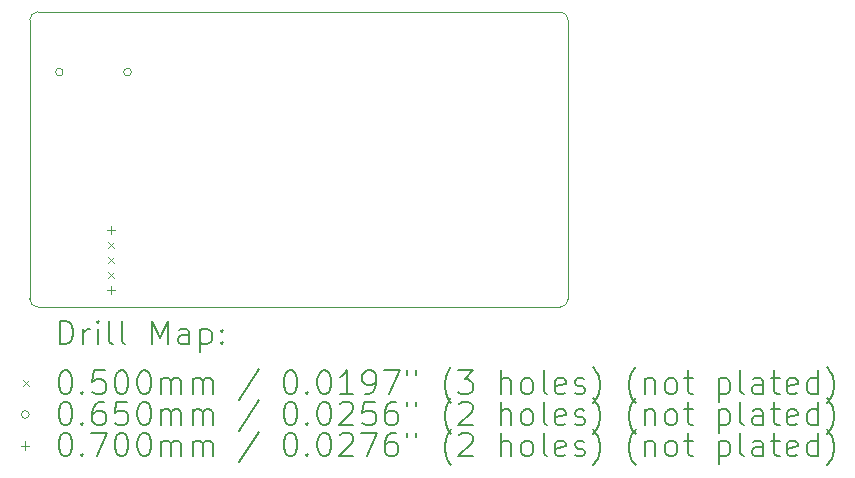
<source format=gbr>
%TF.GenerationSoftware,KiCad,Pcbnew,7.0.5-0*%
%TF.CreationDate,2023-09-26T15:29:09-04:00*%
%TF.ProjectId,Rudolph_Tracker,5275646f-6c70-4685-9f54-7261636b6572,rev?*%
%TF.SameCoordinates,Original*%
%TF.FileFunction,Drillmap*%
%TF.FilePolarity,Positive*%
%FSLAX45Y45*%
G04 Gerber Fmt 4.5, Leading zero omitted, Abs format (unit mm)*
G04 Created by KiCad (PCBNEW 7.0.5-0) date 2023-09-26 15:29:09*
%MOMM*%
%LPD*%
G01*
G04 APERTURE LIST*
%ADD10C,0.100000*%
%ADD11C,0.200000*%
%ADD12C,0.050000*%
%ADD13C,0.065000*%
%ADD14C,0.070000*%
G04 APERTURE END LIST*
D10*
X6940000Y-13150000D02*
X6940000Y-10790000D01*
X11500000Y-10790000D02*
X11500000Y-13150000D01*
X11430000Y-13220000D02*
G75*
G03*
X11500000Y-13150000I0J70000D01*
G01*
X11430000Y-13220000D02*
X7010000Y-13220000D01*
X6940000Y-13150000D02*
G75*
G03*
X7010000Y-13220000I70000J0D01*
G01*
X11500000Y-10790000D02*
G75*
G03*
X11430000Y-10720000I-70000J0D01*
G01*
X7010000Y-10720000D02*
G75*
G03*
X6940000Y-10790000I0J-70000D01*
G01*
X7010000Y-10720000D02*
X11430000Y-10720000D01*
D11*
D12*
X7605500Y-12668000D02*
X7655500Y-12718000D01*
X7655500Y-12668000D02*
X7605500Y-12718000D01*
X7605500Y-12795000D02*
X7655500Y-12845000D01*
X7655500Y-12795000D02*
X7605500Y-12845000D01*
X7605500Y-12922000D02*
X7655500Y-12972000D01*
X7655500Y-12922000D02*
X7605500Y-12972000D01*
D13*
X7223500Y-11230500D02*
G75*
G03*
X7223500Y-11230500I-32500J0D01*
G01*
X7801500Y-11230500D02*
G75*
G03*
X7801500Y-11230500I-32500J0D01*
G01*
D14*
X7630500Y-12531000D02*
X7630500Y-12601000D01*
X7595500Y-12566000D02*
X7665500Y-12566000D01*
X7630500Y-13039000D02*
X7630500Y-13109000D01*
X7595500Y-13074000D02*
X7665500Y-13074000D01*
D11*
X7195777Y-13536484D02*
X7195777Y-13336484D01*
X7195777Y-13336484D02*
X7243396Y-13336484D01*
X7243396Y-13336484D02*
X7271967Y-13346008D01*
X7271967Y-13346008D02*
X7291015Y-13365055D01*
X7291015Y-13365055D02*
X7300539Y-13384103D01*
X7300539Y-13384103D02*
X7310062Y-13422198D01*
X7310062Y-13422198D02*
X7310062Y-13450769D01*
X7310062Y-13450769D02*
X7300539Y-13488865D01*
X7300539Y-13488865D02*
X7291015Y-13507912D01*
X7291015Y-13507912D02*
X7271967Y-13526960D01*
X7271967Y-13526960D02*
X7243396Y-13536484D01*
X7243396Y-13536484D02*
X7195777Y-13536484D01*
X7395777Y-13536484D02*
X7395777Y-13403150D01*
X7395777Y-13441246D02*
X7405301Y-13422198D01*
X7405301Y-13422198D02*
X7414824Y-13412674D01*
X7414824Y-13412674D02*
X7433872Y-13403150D01*
X7433872Y-13403150D02*
X7452920Y-13403150D01*
X7519586Y-13536484D02*
X7519586Y-13403150D01*
X7519586Y-13336484D02*
X7510062Y-13346008D01*
X7510062Y-13346008D02*
X7519586Y-13355531D01*
X7519586Y-13355531D02*
X7529110Y-13346008D01*
X7529110Y-13346008D02*
X7519586Y-13336484D01*
X7519586Y-13336484D02*
X7519586Y-13355531D01*
X7643396Y-13536484D02*
X7624348Y-13526960D01*
X7624348Y-13526960D02*
X7614824Y-13507912D01*
X7614824Y-13507912D02*
X7614824Y-13336484D01*
X7748158Y-13536484D02*
X7729110Y-13526960D01*
X7729110Y-13526960D02*
X7719586Y-13507912D01*
X7719586Y-13507912D02*
X7719586Y-13336484D01*
X7976729Y-13536484D02*
X7976729Y-13336484D01*
X7976729Y-13336484D02*
X8043396Y-13479341D01*
X8043396Y-13479341D02*
X8110062Y-13336484D01*
X8110062Y-13336484D02*
X8110062Y-13536484D01*
X8291015Y-13536484D02*
X8291015Y-13431722D01*
X8291015Y-13431722D02*
X8281491Y-13412674D01*
X8281491Y-13412674D02*
X8262443Y-13403150D01*
X8262443Y-13403150D02*
X8224348Y-13403150D01*
X8224348Y-13403150D02*
X8205301Y-13412674D01*
X8291015Y-13526960D02*
X8271967Y-13536484D01*
X8271967Y-13536484D02*
X8224348Y-13536484D01*
X8224348Y-13536484D02*
X8205301Y-13526960D01*
X8205301Y-13526960D02*
X8195777Y-13507912D01*
X8195777Y-13507912D02*
X8195777Y-13488865D01*
X8195777Y-13488865D02*
X8205301Y-13469817D01*
X8205301Y-13469817D02*
X8224348Y-13460293D01*
X8224348Y-13460293D02*
X8271967Y-13460293D01*
X8271967Y-13460293D02*
X8291015Y-13450769D01*
X8386253Y-13403150D02*
X8386253Y-13603150D01*
X8386253Y-13412674D02*
X8405301Y-13403150D01*
X8405301Y-13403150D02*
X8443396Y-13403150D01*
X8443396Y-13403150D02*
X8462444Y-13412674D01*
X8462444Y-13412674D02*
X8471967Y-13422198D01*
X8471967Y-13422198D02*
X8481491Y-13441246D01*
X8481491Y-13441246D02*
X8481491Y-13498388D01*
X8481491Y-13498388D02*
X8471967Y-13517436D01*
X8471967Y-13517436D02*
X8462444Y-13526960D01*
X8462444Y-13526960D02*
X8443396Y-13536484D01*
X8443396Y-13536484D02*
X8405301Y-13536484D01*
X8405301Y-13536484D02*
X8386253Y-13526960D01*
X8567205Y-13517436D02*
X8576729Y-13526960D01*
X8576729Y-13526960D02*
X8567205Y-13536484D01*
X8567205Y-13536484D02*
X8557682Y-13526960D01*
X8557682Y-13526960D02*
X8567205Y-13517436D01*
X8567205Y-13517436D02*
X8567205Y-13536484D01*
X8567205Y-13412674D02*
X8576729Y-13422198D01*
X8576729Y-13422198D02*
X8567205Y-13431722D01*
X8567205Y-13431722D02*
X8557682Y-13422198D01*
X8557682Y-13422198D02*
X8567205Y-13412674D01*
X8567205Y-13412674D02*
X8567205Y-13431722D01*
D12*
X6885000Y-13840000D02*
X6935000Y-13890000D01*
X6935000Y-13840000D02*
X6885000Y-13890000D01*
D11*
X7233872Y-13756484D02*
X7252920Y-13756484D01*
X7252920Y-13756484D02*
X7271967Y-13766008D01*
X7271967Y-13766008D02*
X7281491Y-13775531D01*
X7281491Y-13775531D02*
X7291015Y-13794579D01*
X7291015Y-13794579D02*
X7300539Y-13832674D01*
X7300539Y-13832674D02*
X7300539Y-13880293D01*
X7300539Y-13880293D02*
X7291015Y-13918388D01*
X7291015Y-13918388D02*
X7281491Y-13937436D01*
X7281491Y-13937436D02*
X7271967Y-13946960D01*
X7271967Y-13946960D02*
X7252920Y-13956484D01*
X7252920Y-13956484D02*
X7233872Y-13956484D01*
X7233872Y-13956484D02*
X7214824Y-13946960D01*
X7214824Y-13946960D02*
X7205301Y-13937436D01*
X7205301Y-13937436D02*
X7195777Y-13918388D01*
X7195777Y-13918388D02*
X7186253Y-13880293D01*
X7186253Y-13880293D02*
X7186253Y-13832674D01*
X7186253Y-13832674D02*
X7195777Y-13794579D01*
X7195777Y-13794579D02*
X7205301Y-13775531D01*
X7205301Y-13775531D02*
X7214824Y-13766008D01*
X7214824Y-13766008D02*
X7233872Y-13756484D01*
X7386253Y-13937436D02*
X7395777Y-13946960D01*
X7395777Y-13946960D02*
X7386253Y-13956484D01*
X7386253Y-13956484D02*
X7376729Y-13946960D01*
X7376729Y-13946960D02*
X7386253Y-13937436D01*
X7386253Y-13937436D02*
X7386253Y-13956484D01*
X7576729Y-13756484D02*
X7481491Y-13756484D01*
X7481491Y-13756484D02*
X7471967Y-13851722D01*
X7471967Y-13851722D02*
X7481491Y-13842198D01*
X7481491Y-13842198D02*
X7500539Y-13832674D01*
X7500539Y-13832674D02*
X7548158Y-13832674D01*
X7548158Y-13832674D02*
X7567205Y-13842198D01*
X7567205Y-13842198D02*
X7576729Y-13851722D01*
X7576729Y-13851722D02*
X7586253Y-13870769D01*
X7586253Y-13870769D02*
X7586253Y-13918388D01*
X7586253Y-13918388D02*
X7576729Y-13937436D01*
X7576729Y-13937436D02*
X7567205Y-13946960D01*
X7567205Y-13946960D02*
X7548158Y-13956484D01*
X7548158Y-13956484D02*
X7500539Y-13956484D01*
X7500539Y-13956484D02*
X7481491Y-13946960D01*
X7481491Y-13946960D02*
X7471967Y-13937436D01*
X7710062Y-13756484D02*
X7729110Y-13756484D01*
X7729110Y-13756484D02*
X7748158Y-13766008D01*
X7748158Y-13766008D02*
X7757682Y-13775531D01*
X7757682Y-13775531D02*
X7767205Y-13794579D01*
X7767205Y-13794579D02*
X7776729Y-13832674D01*
X7776729Y-13832674D02*
X7776729Y-13880293D01*
X7776729Y-13880293D02*
X7767205Y-13918388D01*
X7767205Y-13918388D02*
X7757682Y-13937436D01*
X7757682Y-13937436D02*
X7748158Y-13946960D01*
X7748158Y-13946960D02*
X7729110Y-13956484D01*
X7729110Y-13956484D02*
X7710062Y-13956484D01*
X7710062Y-13956484D02*
X7691015Y-13946960D01*
X7691015Y-13946960D02*
X7681491Y-13937436D01*
X7681491Y-13937436D02*
X7671967Y-13918388D01*
X7671967Y-13918388D02*
X7662443Y-13880293D01*
X7662443Y-13880293D02*
X7662443Y-13832674D01*
X7662443Y-13832674D02*
X7671967Y-13794579D01*
X7671967Y-13794579D02*
X7681491Y-13775531D01*
X7681491Y-13775531D02*
X7691015Y-13766008D01*
X7691015Y-13766008D02*
X7710062Y-13756484D01*
X7900539Y-13756484D02*
X7919586Y-13756484D01*
X7919586Y-13756484D02*
X7938634Y-13766008D01*
X7938634Y-13766008D02*
X7948158Y-13775531D01*
X7948158Y-13775531D02*
X7957682Y-13794579D01*
X7957682Y-13794579D02*
X7967205Y-13832674D01*
X7967205Y-13832674D02*
X7967205Y-13880293D01*
X7967205Y-13880293D02*
X7957682Y-13918388D01*
X7957682Y-13918388D02*
X7948158Y-13937436D01*
X7948158Y-13937436D02*
X7938634Y-13946960D01*
X7938634Y-13946960D02*
X7919586Y-13956484D01*
X7919586Y-13956484D02*
X7900539Y-13956484D01*
X7900539Y-13956484D02*
X7881491Y-13946960D01*
X7881491Y-13946960D02*
X7871967Y-13937436D01*
X7871967Y-13937436D02*
X7862443Y-13918388D01*
X7862443Y-13918388D02*
X7852920Y-13880293D01*
X7852920Y-13880293D02*
X7852920Y-13832674D01*
X7852920Y-13832674D02*
X7862443Y-13794579D01*
X7862443Y-13794579D02*
X7871967Y-13775531D01*
X7871967Y-13775531D02*
X7881491Y-13766008D01*
X7881491Y-13766008D02*
X7900539Y-13756484D01*
X8052920Y-13956484D02*
X8052920Y-13823150D01*
X8052920Y-13842198D02*
X8062443Y-13832674D01*
X8062443Y-13832674D02*
X8081491Y-13823150D01*
X8081491Y-13823150D02*
X8110063Y-13823150D01*
X8110063Y-13823150D02*
X8129110Y-13832674D01*
X8129110Y-13832674D02*
X8138634Y-13851722D01*
X8138634Y-13851722D02*
X8138634Y-13956484D01*
X8138634Y-13851722D02*
X8148158Y-13832674D01*
X8148158Y-13832674D02*
X8167205Y-13823150D01*
X8167205Y-13823150D02*
X8195777Y-13823150D01*
X8195777Y-13823150D02*
X8214824Y-13832674D01*
X8214824Y-13832674D02*
X8224348Y-13851722D01*
X8224348Y-13851722D02*
X8224348Y-13956484D01*
X8319586Y-13956484D02*
X8319586Y-13823150D01*
X8319586Y-13842198D02*
X8329110Y-13832674D01*
X8329110Y-13832674D02*
X8348158Y-13823150D01*
X8348158Y-13823150D02*
X8376729Y-13823150D01*
X8376729Y-13823150D02*
X8395777Y-13832674D01*
X8395777Y-13832674D02*
X8405301Y-13851722D01*
X8405301Y-13851722D02*
X8405301Y-13956484D01*
X8405301Y-13851722D02*
X8414825Y-13832674D01*
X8414825Y-13832674D02*
X8433872Y-13823150D01*
X8433872Y-13823150D02*
X8462444Y-13823150D01*
X8462444Y-13823150D02*
X8481491Y-13832674D01*
X8481491Y-13832674D02*
X8491015Y-13851722D01*
X8491015Y-13851722D02*
X8491015Y-13956484D01*
X8881491Y-13746960D02*
X8710063Y-14004103D01*
X9138634Y-13756484D02*
X9157682Y-13756484D01*
X9157682Y-13756484D02*
X9176729Y-13766008D01*
X9176729Y-13766008D02*
X9186253Y-13775531D01*
X9186253Y-13775531D02*
X9195777Y-13794579D01*
X9195777Y-13794579D02*
X9205301Y-13832674D01*
X9205301Y-13832674D02*
X9205301Y-13880293D01*
X9205301Y-13880293D02*
X9195777Y-13918388D01*
X9195777Y-13918388D02*
X9186253Y-13937436D01*
X9186253Y-13937436D02*
X9176729Y-13946960D01*
X9176729Y-13946960D02*
X9157682Y-13956484D01*
X9157682Y-13956484D02*
X9138634Y-13956484D01*
X9138634Y-13956484D02*
X9119587Y-13946960D01*
X9119587Y-13946960D02*
X9110063Y-13937436D01*
X9110063Y-13937436D02*
X9100539Y-13918388D01*
X9100539Y-13918388D02*
X9091015Y-13880293D01*
X9091015Y-13880293D02*
X9091015Y-13832674D01*
X9091015Y-13832674D02*
X9100539Y-13794579D01*
X9100539Y-13794579D02*
X9110063Y-13775531D01*
X9110063Y-13775531D02*
X9119587Y-13766008D01*
X9119587Y-13766008D02*
X9138634Y-13756484D01*
X9291015Y-13937436D02*
X9300539Y-13946960D01*
X9300539Y-13946960D02*
X9291015Y-13956484D01*
X9291015Y-13956484D02*
X9281491Y-13946960D01*
X9281491Y-13946960D02*
X9291015Y-13937436D01*
X9291015Y-13937436D02*
X9291015Y-13956484D01*
X9424348Y-13756484D02*
X9443396Y-13756484D01*
X9443396Y-13756484D02*
X9462444Y-13766008D01*
X9462444Y-13766008D02*
X9471968Y-13775531D01*
X9471968Y-13775531D02*
X9481491Y-13794579D01*
X9481491Y-13794579D02*
X9491015Y-13832674D01*
X9491015Y-13832674D02*
X9491015Y-13880293D01*
X9491015Y-13880293D02*
X9481491Y-13918388D01*
X9481491Y-13918388D02*
X9471968Y-13937436D01*
X9471968Y-13937436D02*
X9462444Y-13946960D01*
X9462444Y-13946960D02*
X9443396Y-13956484D01*
X9443396Y-13956484D02*
X9424348Y-13956484D01*
X9424348Y-13956484D02*
X9405301Y-13946960D01*
X9405301Y-13946960D02*
X9395777Y-13937436D01*
X9395777Y-13937436D02*
X9386253Y-13918388D01*
X9386253Y-13918388D02*
X9376729Y-13880293D01*
X9376729Y-13880293D02*
X9376729Y-13832674D01*
X9376729Y-13832674D02*
X9386253Y-13794579D01*
X9386253Y-13794579D02*
X9395777Y-13775531D01*
X9395777Y-13775531D02*
X9405301Y-13766008D01*
X9405301Y-13766008D02*
X9424348Y-13756484D01*
X9681491Y-13956484D02*
X9567206Y-13956484D01*
X9624348Y-13956484D02*
X9624348Y-13756484D01*
X9624348Y-13756484D02*
X9605301Y-13785055D01*
X9605301Y-13785055D02*
X9586253Y-13804103D01*
X9586253Y-13804103D02*
X9567206Y-13813627D01*
X9776729Y-13956484D02*
X9814825Y-13956484D01*
X9814825Y-13956484D02*
X9833872Y-13946960D01*
X9833872Y-13946960D02*
X9843396Y-13937436D01*
X9843396Y-13937436D02*
X9862444Y-13908865D01*
X9862444Y-13908865D02*
X9871968Y-13870769D01*
X9871968Y-13870769D02*
X9871968Y-13794579D01*
X9871968Y-13794579D02*
X9862444Y-13775531D01*
X9862444Y-13775531D02*
X9852920Y-13766008D01*
X9852920Y-13766008D02*
X9833872Y-13756484D01*
X9833872Y-13756484D02*
X9795777Y-13756484D01*
X9795777Y-13756484D02*
X9776729Y-13766008D01*
X9776729Y-13766008D02*
X9767206Y-13775531D01*
X9767206Y-13775531D02*
X9757682Y-13794579D01*
X9757682Y-13794579D02*
X9757682Y-13842198D01*
X9757682Y-13842198D02*
X9767206Y-13861246D01*
X9767206Y-13861246D02*
X9776729Y-13870769D01*
X9776729Y-13870769D02*
X9795777Y-13880293D01*
X9795777Y-13880293D02*
X9833872Y-13880293D01*
X9833872Y-13880293D02*
X9852920Y-13870769D01*
X9852920Y-13870769D02*
X9862444Y-13861246D01*
X9862444Y-13861246D02*
X9871968Y-13842198D01*
X9938634Y-13756484D02*
X10071968Y-13756484D01*
X10071968Y-13756484D02*
X9986253Y-13956484D01*
X10138634Y-13756484D02*
X10138634Y-13794579D01*
X10214825Y-13756484D02*
X10214825Y-13794579D01*
X10510063Y-14032674D02*
X10500539Y-14023150D01*
X10500539Y-14023150D02*
X10481491Y-13994579D01*
X10481491Y-13994579D02*
X10471968Y-13975531D01*
X10471968Y-13975531D02*
X10462444Y-13946960D01*
X10462444Y-13946960D02*
X10452920Y-13899341D01*
X10452920Y-13899341D02*
X10452920Y-13861246D01*
X10452920Y-13861246D02*
X10462444Y-13813627D01*
X10462444Y-13813627D02*
X10471968Y-13785055D01*
X10471968Y-13785055D02*
X10481491Y-13766008D01*
X10481491Y-13766008D02*
X10500539Y-13737436D01*
X10500539Y-13737436D02*
X10510063Y-13727912D01*
X10567206Y-13756484D02*
X10691015Y-13756484D01*
X10691015Y-13756484D02*
X10624349Y-13832674D01*
X10624349Y-13832674D02*
X10652920Y-13832674D01*
X10652920Y-13832674D02*
X10671968Y-13842198D01*
X10671968Y-13842198D02*
X10681491Y-13851722D01*
X10681491Y-13851722D02*
X10691015Y-13870769D01*
X10691015Y-13870769D02*
X10691015Y-13918388D01*
X10691015Y-13918388D02*
X10681491Y-13937436D01*
X10681491Y-13937436D02*
X10671968Y-13946960D01*
X10671968Y-13946960D02*
X10652920Y-13956484D01*
X10652920Y-13956484D02*
X10595777Y-13956484D01*
X10595777Y-13956484D02*
X10576730Y-13946960D01*
X10576730Y-13946960D02*
X10567206Y-13937436D01*
X10929111Y-13956484D02*
X10929111Y-13756484D01*
X11014825Y-13956484D02*
X11014825Y-13851722D01*
X11014825Y-13851722D02*
X11005301Y-13832674D01*
X11005301Y-13832674D02*
X10986253Y-13823150D01*
X10986253Y-13823150D02*
X10957682Y-13823150D01*
X10957682Y-13823150D02*
X10938634Y-13832674D01*
X10938634Y-13832674D02*
X10929111Y-13842198D01*
X11138634Y-13956484D02*
X11119587Y-13946960D01*
X11119587Y-13946960D02*
X11110063Y-13937436D01*
X11110063Y-13937436D02*
X11100539Y-13918388D01*
X11100539Y-13918388D02*
X11100539Y-13861246D01*
X11100539Y-13861246D02*
X11110063Y-13842198D01*
X11110063Y-13842198D02*
X11119587Y-13832674D01*
X11119587Y-13832674D02*
X11138634Y-13823150D01*
X11138634Y-13823150D02*
X11167206Y-13823150D01*
X11167206Y-13823150D02*
X11186253Y-13832674D01*
X11186253Y-13832674D02*
X11195777Y-13842198D01*
X11195777Y-13842198D02*
X11205301Y-13861246D01*
X11205301Y-13861246D02*
X11205301Y-13918388D01*
X11205301Y-13918388D02*
X11195777Y-13937436D01*
X11195777Y-13937436D02*
X11186253Y-13946960D01*
X11186253Y-13946960D02*
X11167206Y-13956484D01*
X11167206Y-13956484D02*
X11138634Y-13956484D01*
X11319587Y-13956484D02*
X11300539Y-13946960D01*
X11300539Y-13946960D02*
X11291015Y-13927912D01*
X11291015Y-13927912D02*
X11291015Y-13756484D01*
X11471968Y-13946960D02*
X11452920Y-13956484D01*
X11452920Y-13956484D02*
X11414825Y-13956484D01*
X11414825Y-13956484D02*
X11395777Y-13946960D01*
X11395777Y-13946960D02*
X11386253Y-13927912D01*
X11386253Y-13927912D02*
X11386253Y-13851722D01*
X11386253Y-13851722D02*
X11395777Y-13832674D01*
X11395777Y-13832674D02*
X11414825Y-13823150D01*
X11414825Y-13823150D02*
X11452920Y-13823150D01*
X11452920Y-13823150D02*
X11471968Y-13832674D01*
X11471968Y-13832674D02*
X11481491Y-13851722D01*
X11481491Y-13851722D02*
X11481491Y-13870769D01*
X11481491Y-13870769D02*
X11386253Y-13889817D01*
X11557682Y-13946960D02*
X11576730Y-13956484D01*
X11576730Y-13956484D02*
X11614825Y-13956484D01*
X11614825Y-13956484D02*
X11633872Y-13946960D01*
X11633872Y-13946960D02*
X11643396Y-13927912D01*
X11643396Y-13927912D02*
X11643396Y-13918388D01*
X11643396Y-13918388D02*
X11633872Y-13899341D01*
X11633872Y-13899341D02*
X11614825Y-13889817D01*
X11614825Y-13889817D02*
X11586253Y-13889817D01*
X11586253Y-13889817D02*
X11567206Y-13880293D01*
X11567206Y-13880293D02*
X11557682Y-13861246D01*
X11557682Y-13861246D02*
X11557682Y-13851722D01*
X11557682Y-13851722D02*
X11567206Y-13832674D01*
X11567206Y-13832674D02*
X11586253Y-13823150D01*
X11586253Y-13823150D02*
X11614825Y-13823150D01*
X11614825Y-13823150D02*
X11633872Y-13832674D01*
X11710063Y-14032674D02*
X11719587Y-14023150D01*
X11719587Y-14023150D02*
X11738634Y-13994579D01*
X11738634Y-13994579D02*
X11748158Y-13975531D01*
X11748158Y-13975531D02*
X11757682Y-13946960D01*
X11757682Y-13946960D02*
X11767206Y-13899341D01*
X11767206Y-13899341D02*
X11767206Y-13861246D01*
X11767206Y-13861246D02*
X11757682Y-13813627D01*
X11757682Y-13813627D02*
X11748158Y-13785055D01*
X11748158Y-13785055D02*
X11738634Y-13766008D01*
X11738634Y-13766008D02*
X11719587Y-13737436D01*
X11719587Y-13737436D02*
X11710063Y-13727912D01*
X12071968Y-14032674D02*
X12062444Y-14023150D01*
X12062444Y-14023150D02*
X12043396Y-13994579D01*
X12043396Y-13994579D02*
X12033872Y-13975531D01*
X12033872Y-13975531D02*
X12024349Y-13946960D01*
X12024349Y-13946960D02*
X12014825Y-13899341D01*
X12014825Y-13899341D02*
X12014825Y-13861246D01*
X12014825Y-13861246D02*
X12024349Y-13813627D01*
X12024349Y-13813627D02*
X12033872Y-13785055D01*
X12033872Y-13785055D02*
X12043396Y-13766008D01*
X12043396Y-13766008D02*
X12062444Y-13737436D01*
X12062444Y-13737436D02*
X12071968Y-13727912D01*
X12148158Y-13823150D02*
X12148158Y-13956484D01*
X12148158Y-13842198D02*
X12157682Y-13832674D01*
X12157682Y-13832674D02*
X12176730Y-13823150D01*
X12176730Y-13823150D02*
X12205301Y-13823150D01*
X12205301Y-13823150D02*
X12224349Y-13832674D01*
X12224349Y-13832674D02*
X12233872Y-13851722D01*
X12233872Y-13851722D02*
X12233872Y-13956484D01*
X12357682Y-13956484D02*
X12338634Y-13946960D01*
X12338634Y-13946960D02*
X12329111Y-13937436D01*
X12329111Y-13937436D02*
X12319587Y-13918388D01*
X12319587Y-13918388D02*
X12319587Y-13861246D01*
X12319587Y-13861246D02*
X12329111Y-13842198D01*
X12329111Y-13842198D02*
X12338634Y-13832674D01*
X12338634Y-13832674D02*
X12357682Y-13823150D01*
X12357682Y-13823150D02*
X12386253Y-13823150D01*
X12386253Y-13823150D02*
X12405301Y-13832674D01*
X12405301Y-13832674D02*
X12414825Y-13842198D01*
X12414825Y-13842198D02*
X12424349Y-13861246D01*
X12424349Y-13861246D02*
X12424349Y-13918388D01*
X12424349Y-13918388D02*
X12414825Y-13937436D01*
X12414825Y-13937436D02*
X12405301Y-13946960D01*
X12405301Y-13946960D02*
X12386253Y-13956484D01*
X12386253Y-13956484D02*
X12357682Y-13956484D01*
X12481492Y-13823150D02*
X12557682Y-13823150D01*
X12510063Y-13756484D02*
X12510063Y-13927912D01*
X12510063Y-13927912D02*
X12519587Y-13946960D01*
X12519587Y-13946960D02*
X12538634Y-13956484D01*
X12538634Y-13956484D02*
X12557682Y-13956484D01*
X12776730Y-13823150D02*
X12776730Y-14023150D01*
X12776730Y-13832674D02*
X12795777Y-13823150D01*
X12795777Y-13823150D02*
X12833873Y-13823150D01*
X12833873Y-13823150D02*
X12852920Y-13832674D01*
X12852920Y-13832674D02*
X12862444Y-13842198D01*
X12862444Y-13842198D02*
X12871968Y-13861246D01*
X12871968Y-13861246D02*
X12871968Y-13918388D01*
X12871968Y-13918388D02*
X12862444Y-13937436D01*
X12862444Y-13937436D02*
X12852920Y-13946960D01*
X12852920Y-13946960D02*
X12833873Y-13956484D01*
X12833873Y-13956484D02*
X12795777Y-13956484D01*
X12795777Y-13956484D02*
X12776730Y-13946960D01*
X12986253Y-13956484D02*
X12967206Y-13946960D01*
X12967206Y-13946960D02*
X12957682Y-13927912D01*
X12957682Y-13927912D02*
X12957682Y-13756484D01*
X13148158Y-13956484D02*
X13148158Y-13851722D01*
X13148158Y-13851722D02*
X13138634Y-13832674D01*
X13138634Y-13832674D02*
X13119587Y-13823150D01*
X13119587Y-13823150D02*
X13081492Y-13823150D01*
X13081492Y-13823150D02*
X13062444Y-13832674D01*
X13148158Y-13946960D02*
X13129111Y-13956484D01*
X13129111Y-13956484D02*
X13081492Y-13956484D01*
X13081492Y-13956484D02*
X13062444Y-13946960D01*
X13062444Y-13946960D02*
X13052920Y-13927912D01*
X13052920Y-13927912D02*
X13052920Y-13908865D01*
X13052920Y-13908865D02*
X13062444Y-13889817D01*
X13062444Y-13889817D02*
X13081492Y-13880293D01*
X13081492Y-13880293D02*
X13129111Y-13880293D01*
X13129111Y-13880293D02*
X13148158Y-13870769D01*
X13214825Y-13823150D02*
X13291015Y-13823150D01*
X13243396Y-13756484D02*
X13243396Y-13927912D01*
X13243396Y-13927912D02*
X13252920Y-13946960D01*
X13252920Y-13946960D02*
X13271968Y-13956484D01*
X13271968Y-13956484D02*
X13291015Y-13956484D01*
X13433873Y-13946960D02*
X13414825Y-13956484D01*
X13414825Y-13956484D02*
X13376730Y-13956484D01*
X13376730Y-13956484D02*
X13357682Y-13946960D01*
X13357682Y-13946960D02*
X13348158Y-13927912D01*
X13348158Y-13927912D02*
X13348158Y-13851722D01*
X13348158Y-13851722D02*
X13357682Y-13832674D01*
X13357682Y-13832674D02*
X13376730Y-13823150D01*
X13376730Y-13823150D02*
X13414825Y-13823150D01*
X13414825Y-13823150D02*
X13433873Y-13832674D01*
X13433873Y-13832674D02*
X13443396Y-13851722D01*
X13443396Y-13851722D02*
X13443396Y-13870769D01*
X13443396Y-13870769D02*
X13348158Y-13889817D01*
X13614825Y-13956484D02*
X13614825Y-13756484D01*
X13614825Y-13946960D02*
X13595777Y-13956484D01*
X13595777Y-13956484D02*
X13557682Y-13956484D01*
X13557682Y-13956484D02*
X13538634Y-13946960D01*
X13538634Y-13946960D02*
X13529111Y-13937436D01*
X13529111Y-13937436D02*
X13519587Y-13918388D01*
X13519587Y-13918388D02*
X13519587Y-13861246D01*
X13519587Y-13861246D02*
X13529111Y-13842198D01*
X13529111Y-13842198D02*
X13538634Y-13832674D01*
X13538634Y-13832674D02*
X13557682Y-13823150D01*
X13557682Y-13823150D02*
X13595777Y-13823150D01*
X13595777Y-13823150D02*
X13614825Y-13832674D01*
X13691015Y-14032674D02*
X13700539Y-14023150D01*
X13700539Y-14023150D02*
X13719587Y-13994579D01*
X13719587Y-13994579D02*
X13729111Y-13975531D01*
X13729111Y-13975531D02*
X13738634Y-13946960D01*
X13738634Y-13946960D02*
X13748158Y-13899341D01*
X13748158Y-13899341D02*
X13748158Y-13861246D01*
X13748158Y-13861246D02*
X13738634Y-13813627D01*
X13738634Y-13813627D02*
X13729111Y-13785055D01*
X13729111Y-13785055D02*
X13719587Y-13766008D01*
X13719587Y-13766008D02*
X13700539Y-13737436D01*
X13700539Y-13737436D02*
X13691015Y-13727912D01*
D13*
X6935000Y-14129000D02*
G75*
G03*
X6935000Y-14129000I-32500J0D01*
G01*
D11*
X7233872Y-14020484D02*
X7252920Y-14020484D01*
X7252920Y-14020484D02*
X7271967Y-14030008D01*
X7271967Y-14030008D02*
X7281491Y-14039531D01*
X7281491Y-14039531D02*
X7291015Y-14058579D01*
X7291015Y-14058579D02*
X7300539Y-14096674D01*
X7300539Y-14096674D02*
X7300539Y-14144293D01*
X7300539Y-14144293D02*
X7291015Y-14182388D01*
X7291015Y-14182388D02*
X7281491Y-14201436D01*
X7281491Y-14201436D02*
X7271967Y-14210960D01*
X7271967Y-14210960D02*
X7252920Y-14220484D01*
X7252920Y-14220484D02*
X7233872Y-14220484D01*
X7233872Y-14220484D02*
X7214824Y-14210960D01*
X7214824Y-14210960D02*
X7205301Y-14201436D01*
X7205301Y-14201436D02*
X7195777Y-14182388D01*
X7195777Y-14182388D02*
X7186253Y-14144293D01*
X7186253Y-14144293D02*
X7186253Y-14096674D01*
X7186253Y-14096674D02*
X7195777Y-14058579D01*
X7195777Y-14058579D02*
X7205301Y-14039531D01*
X7205301Y-14039531D02*
X7214824Y-14030008D01*
X7214824Y-14030008D02*
X7233872Y-14020484D01*
X7386253Y-14201436D02*
X7395777Y-14210960D01*
X7395777Y-14210960D02*
X7386253Y-14220484D01*
X7386253Y-14220484D02*
X7376729Y-14210960D01*
X7376729Y-14210960D02*
X7386253Y-14201436D01*
X7386253Y-14201436D02*
X7386253Y-14220484D01*
X7567205Y-14020484D02*
X7529110Y-14020484D01*
X7529110Y-14020484D02*
X7510062Y-14030008D01*
X7510062Y-14030008D02*
X7500539Y-14039531D01*
X7500539Y-14039531D02*
X7481491Y-14068103D01*
X7481491Y-14068103D02*
X7471967Y-14106198D01*
X7471967Y-14106198D02*
X7471967Y-14182388D01*
X7471967Y-14182388D02*
X7481491Y-14201436D01*
X7481491Y-14201436D02*
X7491015Y-14210960D01*
X7491015Y-14210960D02*
X7510062Y-14220484D01*
X7510062Y-14220484D02*
X7548158Y-14220484D01*
X7548158Y-14220484D02*
X7567205Y-14210960D01*
X7567205Y-14210960D02*
X7576729Y-14201436D01*
X7576729Y-14201436D02*
X7586253Y-14182388D01*
X7586253Y-14182388D02*
X7586253Y-14134769D01*
X7586253Y-14134769D02*
X7576729Y-14115722D01*
X7576729Y-14115722D02*
X7567205Y-14106198D01*
X7567205Y-14106198D02*
X7548158Y-14096674D01*
X7548158Y-14096674D02*
X7510062Y-14096674D01*
X7510062Y-14096674D02*
X7491015Y-14106198D01*
X7491015Y-14106198D02*
X7481491Y-14115722D01*
X7481491Y-14115722D02*
X7471967Y-14134769D01*
X7767205Y-14020484D02*
X7671967Y-14020484D01*
X7671967Y-14020484D02*
X7662443Y-14115722D01*
X7662443Y-14115722D02*
X7671967Y-14106198D01*
X7671967Y-14106198D02*
X7691015Y-14096674D01*
X7691015Y-14096674D02*
X7738634Y-14096674D01*
X7738634Y-14096674D02*
X7757682Y-14106198D01*
X7757682Y-14106198D02*
X7767205Y-14115722D01*
X7767205Y-14115722D02*
X7776729Y-14134769D01*
X7776729Y-14134769D02*
X7776729Y-14182388D01*
X7776729Y-14182388D02*
X7767205Y-14201436D01*
X7767205Y-14201436D02*
X7757682Y-14210960D01*
X7757682Y-14210960D02*
X7738634Y-14220484D01*
X7738634Y-14220484D02*
X7691015Y-14220484D01*
X7691015Y-14220484D02*
X7671967Y-14210960D01*
X7671967Y-14210960D02*
X7662443Y-14201436D01*
X7900539Y-14020484D02*
X7919586Y-14020484D01*
X7919586Y-14020484D02*
X7938634Y-14030008D01*
X7938634Y-14030008D02*
X7948158Y-14039531D01*
X7948158Y-14039531D02*
X7957682Y-14058579D01*
X7957682Y-14058579D02*
X7967205Y-14096674D01*
X7967205Y-14096674D02*
X7967205Y-14144293D01*
X7967205Y-14144293D02*
X7957682Y-14182388D01*
X7957682Y-14182388D02*
X7948158Y-14201436D01*
X7948158Y-14201436D02*
X7938634Y-14210960D01*
X7938634Y-14210960D02*
X7919586Y-14220484D01*
X7919586Y-14220484D02*
X7900539Y-14220484D01*
X7900539Y-14220484D02*
X7881491Y-14210960D01*
X7881491Y-14210960D02*
X7871967Y-14201436D01*
X7871967Y-14201436D02*
X7862443Y-14182388D01*
X7862443Y-14182388D02*
X7852920Y-14144293D01*
X7852920Y-14144293D02*
X7852920Y-14096674D01*
X7852920Y-14096674D02*
X7862443Y-14058579D01*
X7862443Y-14058579D02*
X7871967Y-14039531D01*
X7871967Y-14039531D02*
X7881491Y-14030008D01*
X7881491Y-14030008D02*
X7900539Y-14020484D01*
X8052920Y-14220484D02*
X8052920Y-14087150D01*
X8052920Y-14106198D02*
X8062443Y-14096674D01*
X8062443Y-14096674D02*
X8081491Y-14087150D01*
X8081491Y-14087150D02*
X8110063Y-14087150D01*
X8110063Y-14087150D02*
X8129110Y-14096674D01*
X8129110Y-14096674D02*
X8138634Y-14115722D01*
X8138634Y-14115722D02*
X8138634Y-14220484D01*
X8138634Y-14115722D02*
X8148158Y-14096674D01*
X8148158Y-14096674D02*
X8167205Y-14087150D01*
X8167205Y-14087150D02*
X8195777Y-14087150D01*
X8195777Y-14087150D02*
X8214824Y-14096674D01*
X8214824Y-14096674D02*
X8224348Y-14115722D01*
X8224348Y-14115722D02*
X8224348Y-14220484D01*
X8319586Y-14220484D02*
X8319586Y-14087150D01*
X8319586Y-14106198D02*
X8329110Y-14096674D01*
X8329110Y-14096674D02*
X8348158Y-14087150D01*
X8348158Y-14087150D02*
X8376729Y-14087150D01*
X8376729Y-14087150D02*
X8395777Y-14096674D01*
X8395777Y-14096674D02*
X8405301Y-14115722D01*
X8405301Y-14115722D02*
X8405301Y-14220484D01*
X8405301Y-14115722D02*
X8414825Y-14096674D01*
X8414825Y-14096674D02*
X8433872Y-14087150D01*
X8433872Y-14087150D02*
X8462444Y-14087150D01*
X8462444Y-14087150D02*
X8481491Y-14096674D01*
X8481491Y-14096674D02*
X8491015Y-14115722D01*
X8491015Y-14115722D02*
X8491015Y-14220484D01*
X8881491Y-14010960D02*
X8710063Y-14268103D01*
X9138634Y-14020484D02*
X9157682Y-14020484D01*
X9157682Y-14020484D02*
X9176729Y-14030008D01*
X9176729Y-14030008D02*
X9186253Y-14039531D01*
X9186253Y-14039531D02*
X9195777Y-14058579D01*
X9195777Y-14058579D02*
X9205301Y-14096674D01*
X9205301Y-14096674D02*
X9205301Y-14144293D01*
X9205301Y-14144293D02*
X9195777Y-14182388D01*
X9195777Y-14182388D02*
X9186253Y-14201436D01*
X9186253Y-14201436D02*
X9176729Y-14210960D01*
X9176729Y-14210960D02*
X9157682Y-14220484D01*
X9157682Y-14220484D02*
X9138634Y-14220484D01*
X9138634Y-14220484D02*
X9119587Y-14210960D01*
X9119587Y-14210960D02*
X9110063Y-14201436D01*
X9110063Y-14201436D02*
X9100539Y-14182388D01*
X9100539Y-14182388D02*
X9091015Y-14144293D01*
X9091015Y-14144293D02*
X9091015Y-14096674D01*
X9091015Y-14096674D02*
X9100539Y-14058579D01*
X9100539Y-14058579D02*
X9110063Y-14039531D01*
X9110063Y-14039531D02*
X9119587Y-14030008D01*
X9119587Y-14030008D02*
X9138634Y-14020484D01*
X9291015Y-14201436D02*
X9300539Y-14210960D01*
X9300539Y-14210960D02*
X9291015Y-14220484D01*
X9291015Y-14220484D02*
X9281491Y-14210960D01*
X9281491Y-14210960D02*
X9291015Y-14201436D01*
X9291015Y-14201436D02*
X9291015Y-14220484D01*
X9424348Y-14020484D02*
X9443396Y-14020484D01*
X9443396Y-14020484D02*
X9462444Y-14030008D01*
X9462444Y-14030008D02*
X9471968Y-14039531D01*
X9471968Y-14039531D02*
X9481491Y-14058579D01*
X9481491Y-14058579D02*
X9491015Y-14096674D01*
X9491015Y-14096674D02*
X9491015Y-14144293D01*
X9491015Y-14144293D02*
X9481491Y-14182388D01*
X9481491Y-14182388D02*
X9471968Y-14201436D01*
X9471968Y-14201436D02*
X9462444Y-14210960D01*
X9462444Y-14210960D02*
X9443396Y-14220484D01*
X9443396Y-14220484D02*
X9424348Y-14220484D01*
X9424348Y-14220484D02*
X9405301Y-14210960D01*
X9405301Y-14210960D02*
X9395777Y-14201436D01*
X9395777Y-14201436D02*
X9386253Y-14182388D01*
X9386253Y-14182388D02*
X9376729Y-14144293D01*
X9376729Y-14144293D02*
X9376729Y-14096674D01*
X9376729Y-14096674D02*
X9386253Y-14058579D01*
X9386253Y-14058579D02*
X9395777Y-14039531D01*
X9395777Y-14039531D02*
X9405301Y-14030008D01*
X9405301Y-14030008D02*
X9424348Y-14020484D01*
X9567206Y-14039531D02*
X9576729Y-14030008D01*
X9576729Y-14030008D02*
X9595777Y-14020484D01*
X9595777Y-14020484D02*
X9643396Y-14020484D01*
X9643396Y-14020484D02*
X9662444Y-14030008D01*
X9662444Y-14030008D02*
X9671968Y-14039531D01*
X9671968Y-14039531D02*
X9681491Y-14058579D01*
X9681491Y-14058579D02*
X9681491Y-14077627D01*
X9681491Y-14077627D02*
X9671968Y-14106198D01*
X9671968Y-14106198D02*
X9557682Y-14220484D01*
X9557682Y-14220484D02*
X9681491Y-14220484D01*
X9862444Y-14020484D02*
X9767206Y-14020484D01*
X9767206Y-14020484D02*
X9757682Y-14115722D01*
X9757682Y-14115722D02*
X9767206Y-14106198D01*
X9767206Y-14106198D02*
X9786253Y-14096674D01*
X9786253Y-14096674D02*
X9833872Y-14096674D01*
X9833872Y-14096674D02*
X9852920Y-14106198D01*
X9852920Y-14106198D02*
X9862444Y-14115722D01*
X9862444Y-14115722D02*
X9871968Y-14134769D01*
X9871968Y-14134769D02*
X9871968Y-14182388D01*
X9871968Y-14182388D02*
X9862444Y-14201436D01*
X9862444Y-14201436D02*
X9852920Y-14210960D01*
X9852920Y-14210960D02*
X9833872Y-14220484D01*
X9833872Y-14220484D02*
X9786253Y-14220484D01*
X9786253Y-14220484D02*
X9767206Y-14210960D01*
X9767206Y-14210960D02*
X9757682Y-14201436D01*
X10043396Y-14020484D02*
X10005301Y-14020484D01*
X10005301Y-14020484D02*
X9986253Y-14030008D01*
X9986253Y-14030008D02*
X9976729Y-14039531D01*
X9976729Y-14039531D02*
X9957682Y-14068103D01*
X9957682Y-14068103D02*
X9948158Y-14106198D01*
X9948158Y-14106198D02*
X9948158Y-14182388D01*
X9948158Y-14182388D02*
X9957682Y-14201436D01*
X9957682Y-14201436D02*
X9967206Y-14210960D01*
X9967206Y-14210960D02*
X9986253Y-14220484D01*
X9986253Y-14220484D02*
X10024349Y-14220484D01*
X10024349Y-14220484D02*
X10043396Y-14210960D01*
X10043396Y-14210960D02*
X10052920Y-14201436D01*
X10052920Y-14201436D02*
X10062444Y-14182388D01*
X10062444Y-14182388D02*
X10062444Y-14134769D01*
X10062444Y-14134769D02*
X10052920Y-14115722D01*
X10052920Y-14115722D02*
X10043396Y-14106198D01*
X10043396Y-14106198D02*
X10024349Y-14096674D01*
X10024349Y-14096674D02*
X9986253Y-14096674D01*
X9986253Y-14096674D02*
X9967206Y-14106198D01*
X9967206Y-14106198D02*
X9957682Y-14115722D01*
X9957682Y-14115722D02*
X9948158Y-14134769D01*
X10138634Y-14020484D02*
X10138634Y-14058579D01*
X10214825Y-14020484D02*
X10214825Y-14058579D01*
X10510063Y-14296674D02*
X10500539Y-14287150D01*
X10500539Y-14287150D02*
X10481491Y-14258579D01*
X10481491Y-14258579D02*
X10471968Y-14239531D01*
X10471968Y-14239531D02*
X10462444Y-14210960D01*
X10462444Y-14210960D02*
X10452920Y-14163341D01*
X10452920Y-14163341D02*
X10452920Y-14125246D01*
X10452920Y-14125246D02*
X10462444Y-14077627D01*
X10462444Y-14077627D02*
X10471968Y-14049055D01*
X10471968Y-14049055D02*
X10481491Y-14030008D01*
X10481491Y-14030008D02*
X10500539Y-14001436D01*
X10500539Y-14001436D02*
X10510063Y-13991912D01*
X10576730Y-14039531D02*
X10586253Y-14030008D01*
X10586253Y-14030008D02*
X10605301Y-14020484D01*
X10605301Y-14020484D02*
X10652920Y-14020484D01*
X10652920Y-14020484D02*
X10671968Y-14030008D01*
X10671968Y-14030008D02*
X10681491Y-14039531D01*
X10681491Y-14039531D02*
X10691015Y-14058579D01*
X10691015Y-14058579D02*
X10691015Y-14077627D01*
X10691015Y-14077627D02*
X10681491Y-14106198D01*
X10681491Y-14106198D02*
X10567206Y-14220484D01*
X10567206Y-14220484D02*
X10691015Y-14220484D01*
X10929111Y-14220484D02*
X10929111Y-14020484D01*
X11014825Y-14220484D02*
X11014825Y-14115722D01*
X11014825Y-14115722D02*
X11005301Y-14096674D01*
X11005301Y-14096674D02*
X10986253Y-14087150D01*
X10986253Y-14087150D02*
X10957682Y-14087150D01*
X10957682Y-14087150D02*
X10938634Y-14096674D01*
X10938634Y-14096674D02*
X10929111Y-14106198D01*
X11138634Y-14220484D02*
X11119587Y-14210960D01*
X11119587Y-14210960D02*
X11110063Y-14201436D01*
X11110063Y-14201436D02*
X11100539Y-14182388D01*
X11100539Y-14182388D02*
X11100539Y-14125246D01*
X11100539Y-14125246D02*
X11110063Y-14106198D01*
X11110063Y-14106198D02*
X11119587Y-14096674D01*
X11119587Y-14096674D02*
X11138634Y-14087150D01*
X11138634Y-14087150D02*
X11167206Y-14087150D01*
X11167206Y-14087150D02*
X11186253Y-14096674D01*
X11186253Y-14096674D02*
X11195777Y-14106198D01*
X11195777Y-14106198D02*
X11205301Y-14125246D01*
X11205301Y-14125246D02*
X11205301Y-14182388D01*
X11205301Y-14182388D02*
X11195777Y-14201436D01*
X11195777Y-14201436D02*
X11186253Y-14210960D01*
X11186253Y-14210960D02*
X11167206Y-14220484D01*
X11167206Y-14220484D02*
X11138634Y-14220484D01*
X11319587Y-14220484D02*
X11300539Y-14210960D01*
X11300539Y-14210960D02*
X11291015Y-14191912D01*
X11291015Y-14191912D02*
X11291015Y-14020484D01*
X11471968Y-14210960D02*
X11452920Y-14220484D01*
X11452920Y-14220484D02*
X11414825Y-14220484D01*
X11414825Y-14220484D02*
X11395777Y-14210960D01*
X11395777Y-14210960D02*
X11386253Y-14191912D01*
X11386253Y-14191912D02*
X11386253Y-14115722D01*
X11386253Y-14115722D02*
X11395777Y-14096674D01*
X11395777Y-14096674D02*
X11414825Y-14087150D01*
X11414825Y-14087150D02*
X11452920Y-14087150D01*
X11452920Y-14087150D02*
X11471968Y-14096674D01*
X11471968Y-14096674D02*
X11481491Y-14115722D01*
X11481491Y-14115722D02*
X11481491Y-14134769D01*
X11481491Y-14134769D02*
X11386253Y-14153817D01*
X11557682Y-14210960D02*
X11576730Y-14220484D01*
X11576730Y-14220484D02*
X11614825Y-14220484D01*
X11614825Y-14220484D02*
X11633872Y-14210960D01*
X11633872Y-14210960D02*
X11643396Y-14191912D01*
X11643396Y-14191912D02*
X11643396Y-14182388D01*
X11643396Y-14182388D02*
X11633872Y-14163341D01*
X11633872Y-14163341D02*
X11614825Y-14153817D01*
X11614825Y-14153817D02*
X11586253Y-14153817D01*
X11586253Y-14153817D02*
X11567206Y-14144293D01*
X11567206Y-14144293D02*
X11557682Y-14125246D01*
X11557682Y-14125246D02*
X11557682Y-14115722D01*
X11557682Y-14115722D02*
X11567206Y-14096674D01*
X11567206Y-14096674D02*
X11586253Y-14087150D01*
X11586253Y-14087150D02*
X11614825Y-14087150D01*
X11614825Y-14087150D02*
X11633872Y-14096674D01*
X11710063Y-14296674D02*
X11719587Y-14287150D01*
X11719587Y-14287150D02*
X11738634Y-14258579D01*
X11738634Y-14258579D02*
X11748158Y-14239531D01*
X11748158Y-14239531D02*
X11757682Y-14210960D01*
X11757682Y-14210960D02*
X11767206Y-14163341D01*
X11767206Y-14163341D02*
X11767206Y-14125246D01*
X11767206Y-14125246D02*
X11757682Y-14077627D01*
X11757682Y-14077627D02*
X11748158Y-14049055D01*
X11748158Y-14049055D02*
X11738634Y-14030008D01*
X11738634Y-14030008D02*
X11719587Y-14001436D01*
X11719587Y-14001436D02*
X11710063Y-13991912D01*
X12071968Y-14296674D02*
X12062444Y-14287150D01*
X12062444Y-14287150D02*
X12043396Y-14258579D01*
X12043396Y-14258579D02*
X12033872Y-14239531D01*
X12033872Y-14239531D02*
X12024349Y-14210960D01*
X12024349Y-14210960D02*
X12014825Y-14163341D01*
X12014825Y-14163341D02*
X12014825Y-14125246D01*
X12014825Y-14125246D02*
X12024349Y-14077627D01*
X12024349Y-14077627D02*
X12033872Y-14049055D01*
X12033872Y-14049055D02*
X12043396Y-14030008D01*
X12043396Y-14030008D02*
X12062444Y-14001436D01*
X12062444Y-14001436D02*
X12071968Y-13991912D01*
X12148158Y-14087150D02*
X12148158Y-14220484D01*
X12148158Y-14106198D02*
X12157682Y-14096674D01*
X12157682Y-14096674D02*
X12176730Y-14087150D01*
X12176730Y-14087150D02*
X12205301Y-14087150D01*
X12205301Y-14087150D02*
X12224349Y-14096674D01*
X12224349Y-14096674D02*
X12233872Y-14115722D01*
X12233872Y-14115722D02*
X12233872Y-14220484D01*
X12357682Y-14220484D02*
X12338634Y-14210960D01*
X12338634Y-14210960D02*
X12329111Y-14201436D01*
X12329111Y-14201436D02*
X12319587Y-14182388D01*
X12319587Y-14182388D02*
X12319587Y-14125246D01*
X12319587Y-14125246D02*
X12329111Y-14106198D01*
X12329111Y-14106198D02*
X12338634Y-14096674D01*
X12338634Y-14096674D02*
X12357682Y-14087150D01*
X12357682Y-14087150D02*
X12386253Y-14087150D01*
X12386253Y-14087150D02*
X12405301Y-14096674D01*
X12405301Y-14096674D02*
X12414825Y-14106198D01*
X12414825Y-14106198D02*
X12424349Y-14125246D01*
X12424349Y-14125246D02*
X12424349Y-14182388D01*
X12424349Y-14182388D02*
X12414825Y-14201436D01*
X12414825Y-14201436D02*
X12405301Y-14210960D01*
X12405301Y-14210960D02*
X12386253Y-14220484D01*
X12386253Y-14220484D02*
X12357682Y-14220484D01*
X12481492Y-14087150D02*
X12557682Y-14087150D01*
X12510063Y-14020484D02*
X12510063Y-14191912D01*
X12510063Y-14191912D02*
X12519587Y-14210960D01*
X12519587Y-14210960D02*
X12538634Y-14220484D01*
X12538634Y-14220484D02*
X12557682Y-14220484D01*
X12776730Y-14087150D02*
X12776730Y-14287150D01*
X12776730Y-14096674D02*
X12795777Y-14087150D01*
X12795777Y-14087150D02*
X12833873Y-14087150D01*
X12833873Y-14087150D02*
X12852920Y-14096674D01*
X12852920Y-14096674D02*
X12862444Y-14106198D01*
X12862444Y-14106198D02*
X12871968Y-14125246D01*
X12871968Y-14125246D02*
X12871968Y-14182388D01*
X12871968Y-14182388D02*
X12862444Y-14201436D01*
X12862444Y-14201436D02*
X12852920Y-14210960D01*
X12852920Y-14210960D02*
X12833873Y-14220484D01*
X12833873Y-14220484D02*
X12795777Y-14220484D01*
X12795777Y-14220484D02*
X12776730Y-14210960D01*
X12986253Y-14220484D02*
X12967206Y-14210960D01*
X12967206Y-14210960D02*
X12957682Y-14191912D01*
X12957682Y-14191912D02*
X12957682Y-14020484D01*
X13148158Y-14220484D02*
X13148158Y-14115722D01*
X13148158Y-14115722D02*
X13138634Y-14096674D01*
X13138634Y-14096674D02*
X13119587Y-14087150D01*
X13119587Y-14087150D02*
X13081492Y-14087150D01*
X13081492Y-14087150D02*
X13062444Y-14096674D01*
X13148158Y-14210960D02*
X13129111Y-14220484D01*
X13129111Y-14220484D02*
X13081492Y-14220484D01*
X13081492Y-14220484D02*
X13062444Y-14210960D01*
X13062444Y-14210960D02*
X13052920Y-14191912D01*
X13052920Y-14191912D02*
X13052920Y-14172865D01*
X13052920Y-14172865D02*
X13062444Y-14153817D01*
X13062444Y-14153817D02*
X13081492Y-14144293D01*
X13081492Y-14144293D02*
X13129111Y-14144293D01*
X13129111Y-14144293D02*
X13148158Y-14134769D01*
X13214825Y-14087150D02*
X13291015Y-14087150D01*
X13243396Y-14020484D02*
X13243396Y-14191912D01*
X13243396Y-14191912D02*
X13252920Y-14210960D01*
X13252920Y-14210960D02*
X13271968Y-14220484D01*
X13271968Y-14220484D02*
X13291015Y-14220484D01*
X13433873Y-14210960D02*
X13414825Y-14220484D01*
X13414825Y-14220484D02*
X13376730Y-14220484D01*
X13376730Y-14220484D02*
X13357682Y-14210960D01*
X13357682Y-14210960D02*
X13348158Y-14191912D01*
X13348158Y-14191912D02*
X13348158Y-14115722D01*
X13348158Y-14115722D02*
X13357682Y-14096674D01*
X13357682Y-14096674D02*
X13376730Y-14087150D01*
X13376730Y-14087150D02*
X13414825Y-14087150D01*
X13414825Y-14087150D02*
X13433873Y-14096674D01*
X13433873Y-14096674D02*
X13443396Y-14115722D01*
X13443396Y-14115722D02*
X13443396Y-14134769D01*
X13443396Y-14134769D02*
X13348158Y-14153817D01*
X13614825Y-14220484D02*
X13614825Y-14020484D01*
X13614825Y-14210960D02*
X13595777Y-14220484D01*
X13595777Y-14220484D02*
X13557682Y-14220484D01*
X13557682Y-14220484D02*
X13538634Y-14210960D01*
X13538634Y-14210960D02*
X13529111Y-14201436D01*
X13529111Y-14201436D02*
X13519587Y-14182388D01*
X13519587Y-14182388D02*
X13519587Y-14125246D01*
X13519587Y-14125246D02*
X13529111Y-14106198D01*
X13529111Y-14106198D02*
X13538634Y-14096674D01*
X13538634Y-14096674D02*
X13557682Y-14087150D01*
X13557682Y-14087150D02*
X13595777Y-14087150D01*
X13595777Y-14087150D02*
X13614825Y-14096674D01*
X13691015Y-14296674D02*
X13700539Y-14287150D01*
X13700539Y-14287150D02*
X13719587Y-14258579D01*
X13719587Y-14258579D02*
X13729111Y-14239531D01*
X13729111Y-14239531D02*
X13738634Y-14210960D01*
X13738634Y-14210960D02*
X13748158Y-14163341D01*
X13748158Y-14163341D02*
X13748158Y-14125246D01*
X13748158Y-14125246D02*
X13738634Y-14077627D01*
X13738634Y-14077627D02*
X13729111Y-14049055D01*
X13729111Y-14049055D02*
X13719587Y-14030008D01*
X13719587Y-14030008D02*
X13700539Y-14001436D01*
X13700539Y-14001436D02*
X13691015Y-13991912D01*
D14*
X6900000Y-14358000D02*
X6900000Y-14428000D01*
X6865000Y-14393000D02*
X6935000Y-14393000D01*
D11*
X7233872Y-14284484D02*
X7252920Y-14284484D01*
X7252920Y-14284484D02*
X7271967Y-14294008D01*
X7271967Y-14294008D02*
X7281491Y-14303531D01*
X7281491Y-14303531D02*
X7291015Y-14322579D01*
X7291015Y-14322579D02*
X7300539Y-14360674D01*
X7300539Y-14360674D02*
X7300539Y-14408293D01*
X7300539Y-14408293D02*
X7291015Y-14446388D01*
X7291015Y-14446388D02*
X7281491Y-14465436D01*
X7281491Y-14465436D02*
X7271967Y-14474960D01*
X7271967Y-14474960D02*
X7252920Y-14484484D01*
X7252920Y-14484484D02*
X7233872Y-14484484D01*
X7233872Y-14484484D02*
X7214824Y-14474960D01*
X7214824Y-14474960D02*
X7205301Y-14465436D01*
X7205301Y-14465436D02*
X7195777Y-14446388D01*
X7195777Y-14446388D02*
X7186253Y-14408293D01*
X7186253Y-14408293D02*
X7186253Y-14360674D01*
X7186253Y-14360674D02*
X7195777Y-14322579D01*
X7195777Y-14322579D02*
X7205301Y-14303531D01*
X7205301Y-14303531D02*
X7214824Y-14294008D01*
X7214824Y-14294008D02*
X7233872Y-14284484D01*
X7386253Y-14465436D02*
X7395777Y-14474960D01*
X7395777Y-14474960D02*
X7386253Y-14484484D01*
X7386253Y-14484484D02*
X7376729Y-14474960D01*
X7376729Y-14474960D02*
X7386253Y-14465436D01*
X7386253Y-14465436D02*
X7386253Y-14484484D01*
X7462443Y-14284484D02*
X7595777Y-14284484D01*
X7595777Y-14284484D02*
X7510062Y-14484484D01*
X7710062Y-14284484D02*
X7729110Y-14284484D01*
X7729110Y-14284484D02*
X7748158Y-14294008D01*
X7748158Y-14294008D02*
X7757682Y-14303531D01*
X7757682Y-14303531D02*
X7767205Y-14322579D01*
X7767205Y-14322579D02*
X7776729Y-14360674D01*
X7776729Y-14360674D02*
X7776729Y-14408293D01*
X7776729Y-14408293D02*
X7767205Y-14446388D01*
X7767205Y-14446388D02*
X7757682Y-14465436D01*
X7757682Y-14465436D02*
X7748158Y-14474960D01*
X7748158Y-14474960D02*
X7729110Y-14484484D01*
X7729110Y-14484484D02*
X7710062Y-14484484D01*
X7710062Y-14484484D02*
X7691015Y-14474960D01*
X7691015Y-14474960D02*
X7681491Y-14465436D01*
X7681491Y-14465436D02*
X7671967Y-14446388D01*
X7671967Y-14446388D02*
X7662443Y-14408293D01*
X7662443Y-14408293D02*
X7662443Y-14360674D01*
X7662443Y-14360674D02*
X7671967Y-14322579D01*
X7671967Y-14322579D02*
X7681491Y-14303531D01*
X7681491Y-14303531D02*
X7691015Y-14294008D01*
X7691015Y-14294008D02*
X7710062Y-14284484D01*
X7900539Y-14284484D02*
X7919586Y-14284484D01*
X7919586Y-14284484D02*
X7938634Y-14294008D01*
X7938634Y-14294008D02*
X7948158Y-14303531D01*
X7948158Y-14303531D02*
X7957682Y-14322579D01*
X7957682Y-14322579D02*
X7967205Y-14360674D01*
X7967205Y-14360674D02*
X7967205Y-14408293D01*
X7967205Y-14408293D02*
X7957682Y-14446388D01*
X7957682Y-14446388D02*
X7948158Y-14465436D01*
X7948158Y-14465436D02*
X7938634Y-14474960D01*
X7938634Y-14474960D02*
X7919586Y-14484484D01*
X7919586Y-14484484D02*
X7900539Y-14484484D01*
X7900539Y-14484484D02*
X7881491Y-14474960D01*
X7881491Y-14474960D02*
X7871967Y-14465436D01*
X7871967Y-14465436D02*
X7862443Y-14446388D01*
X7862443Y-14446388D02*
X7852920Y-14408293D01*
X7852920Y-14408293D02*
X7852920Y-14360674D01*
X7852920Y-14360674D02*
X7862443Y-14322579D01*
X7862443Y-14322579D02*
X7871967Y-14303531D01*
X7871967Y-14303531D02*
X7881491Y-14294008D01*
X7881491Y-14294008D02*
X7900539Y-14284484D01*
X8052920Y-14484484D02*
X8052920Y-14351150D01*
X8052920Y-14370198D02*
X8062443Y-14360674D01*
X8062443Y-14360674D02*
X8081491Y-14351150D01*
X8081491Y-14351150D02*
X8110063Y-14351150D01*
X8110063Y-14351150D02*
X8129110Y-14360674D01*
X8129110Y-14360674D02*
X8138634Y-14379722D01*
X8138634Y-14379722D02*
X8138634Y-14484484D01*
X8138634Y-14379722D02*
X8148158Y-14360674D01*
X8148158Y-14360674D02*
X8167205Y-14351150D01*
X8167205Y-14351150D02*
X8195777Y-14351150D01*
X8195777Y-14351150D02*
X8214824Y-14360674D01*
X8214824Y-14360674D02*
X8224348Y-14379722D01*
X8224348Y-14379722D02*
X8224348Y-14484484D01*
X8319586Y-14484484D02*
X8319586Y-14351150D01*
X8319586Y-14370198D02*
X8329110Y-14360674D01*
X8329110Y-14360674D02*
X8348158Y-14351150D01*
X8348158Y-14351150D02*
X8376729Y-14351150D01*
X8376729Y-14351150D02*
X8395777Y-14360674D01*
X8395777Y-14360674D02*
X8405301Y-14379722D01*
X8405301Y-14379722D02*
X8405301Y-14484484D01*
X8405301Y-14379722D02*
X8414825Y-14360674D01*
X8414825Y-14360674D02*
X8433872Y-14351150D01*
X8433872Y-14351150D02*
X8462444Y-14351150D01*
X8462444Y-14351150D02*
X8481491Y-14360674D01*
X8481491Y-14360674D02*
X8491015Y-14379722D01*
X8491015Y-14379722D02*
X8491015Y-14484484D01*
X8881491Y-14274960D02*
X8710063Y-14532103D01*
X9138634Y-14284484D02*
X9157682Y-14284484D01*
X9157682Y-14284484D02*
X9176729Y-14294008D01*
X9176729Y-14294008D02*
X9186253Y-14303531D01*
X9186253Y-14303531D02*
X9195777Y-14322579D01*
X9195777Y-14322579D02*
X9205301Y-14360674D01*
X9205301Y-14360674D02*
X9205301Y-14408293D01*
X9205301Y-14408293D02*
X9195777Y-14446388D01*
X9195777Y-14446388D02*
X9186253Y-14465436D01*
X9186253Y-14465436D02*
X9176729Y-14474960D01*
X9176729Y-14474960D02*
X9157682Y-14484484D01*
X9157682Y-14484484D02*
X9138634Y-14484484D01*
X9138634Y-14484484D02*
X9119587Y-14474960D01*
X9119587Y-14474960D02*
X9110063Y-14465436D01*
X9110063Y-14465436D02*
X9100539Y-14446388D01*
X9100539Y-14446388D02*
X9091015Y-14408293D01*
X9091015Y-14408293D02*
X9091015Y-14360674D01*
X9091015Y-14360674D02*
X9100539Y-14322579D01*
X9100539Y-14322579D02*
X9110063Y-14303531D01*
X9110063Y-14303531D02*
X9119587Y-14294008D01*
X9119587Y-14294008D02*
X9138634Y-14284484D01*
X9291015Y-14465436D02*
X9300539Y-14474960D01*
X9300539Y-14474960D02*
X9291015Y-14484484D01*
X9291015Y-14484484D02*
X9281491Y-14474960D01*
X9281491Y-14474960D02*
X9291015Y-14465436D01*
X9291015Y-14465436D02*
X9291015Y-14484484D01*
X9424348Y-14284484D02*
X9443396Y-14284484D01*
X9443396Y-14284484D02*
X9462444Y-14294008D01*
X9462444Y-14294008D02*
X9471968Y-14303531D01*
X9471968Y-14303531D02*
X9481491Y-14322579D01*
X9481491Y-14322579D02*
X9491015Y-14360674D01*
X9491015Y-14360674D02*
X9491015Y-14408293D01*
X9491015Y-14408293D02*
X9481491Y-14446388D01*
X9481491Y-14446388D02*
X9471968Y-14465436D01*
X9471968Y-14465436D02*
X9462444Y-14474960D01*
X9462444Y-14474960D02*
X9443396Y-14484484D01*
X9443396Y-14484484D02*
X9424348Y-14484484D01*
X9424348Y-14484484D02*
X9405301Y-14474960D01*
X9405301Y-14474960D02*
X9395777Y-14465436D01*
X9395777Y-14465436D02*
X9386253Y-14446388D01*
X9386253Y-14446388D02*
X9376729Y-14408293D01*
X9376729Y-14408293D02*
X9376729Y-14360674D01*
X9376729Y-14360674D02*
X9386253Y-14322579D01*
X9386253Y-14322579D02*
X9395777Y-14303531D01*
X9395777Y-14303531D02*
X9405301Y-14294008D01*
X9405301Y-14294008D02*
X9424348Y-14284484D01*
X9567206Y-14303531D02*
X9576729Y-14294008D01*
X9576729Y-14294008D02*
X9595777Y-14284484D01*
X9595777Y-14284484D02*
X9643396Y-14284484D01*
X9643396Y-14284484D02*
X9662444Y-14294008D01*
X9662444Y-14294008D02*
X9671968Y-14303531D01*
X9671968Y-14303531D02*
X9681491Y-14322579D01*
X9681491Y-14322579D02*
X9681491Y-14341627D01*
X9681491Y-14341627D02*
X9671968Y-14370198D01*
X9671968Y-14370198D02*
X9557682Y-14484484D01*
X9557682Y-14484484D02*
X9681491Y-14484484D01*
X9748158Y-14284484D02*
X9881491Y-14284484D01*
X9881491Y-14284484D02*
X9795777Y-14484484D01*
X10043396Y-14284484D02*
X10005301Y-14284484D01*
X10005301Y-14284484D02*
X9986253Y-14294008D01*
X9986253Y-14294008D02*
X9976729Y-14303531D01*
X9976729Y-14303531D02*
X9957682Y-14332103D01*
X9957682Y-14332103D02*
X9948158Y-14370198D01*
X9948158Y-14370198D02*
X9948158Y-14446388D01*
X9948158Y-14446388D02*
X9957682Y-14465436D01*
X9957682Y-14465436D02*
X9967206Y-14474960D01*
X9967206Y-14474960D02*
X9986253Y-14484484D01*
X9986253Y-14484484D02*
X10024349Y-14484484D01*
X10024349Y-14484484D02*
X10043396Y-14474960D01*
X10043396Y-14474960D02*
X10052920Y-14465436D01*
X10052920Y-14465436D02*
X10062444Y-14446388D01*
X10062444Y-14446388D02*
X10062444Y-14398769D01*
X10062444Y-14398769D02*
X10052920Y-14379722D01*
X10052920Y-14379722D02*
X10043396Y-14370198D01*
X10043396Y-14370198D02*
X10024349Y-14360674D01*
X10024349Y-14360674D02*
X9986253Y-14360674D01*
X9986253Y-14360674D02*
X9967206Y-14370198D01*
X9967206Y-14370198D02*
X9957682Y-14379722D01*
X9957682Y-14379722D02*
X9948158Y-14398769D01*
X10138634Y-14284484D02*
X10138634Y-14322579D01*
X10214825Y-14284484D02*
X10214825Y-14322579D01*
X10510063Y-14560674D02*
X10500539Y-14551150D01*
X10500539Y-14551150D02*
X10481491Y-14522579D01*
X10481491Y-14522579D02*
X10471968Y-14503531D01*
X10471968Y-14503531D02*
X10462444Y-14474960D01*
X10462444Y-14474960D02*
X10452920Y-14427341D01*
X10452920Y-14427341D02*
X10452920Y-14389246D01*
X10452920Y-14389246D02*
X10462444Y-14341627D01*
X10462444Y-14341627D02*
X10471968Y-14313055D01*
X10471968Y-14313055D02*
X10481491Y-14294008D01*
X10481491Y-14294008D02*
X10500539Y-14265436D01*
X10500539Y-14265436D02*
X10510063Y-14255912D01*
X10576730Y-14303531D02*
X10586253Y-14294008D01*
X10586253Y-14294008D02*
X10605301Y-14284484D01*
X10605301Y-14284484D02*
X10652920Y-14284484D01*
X10652920Y-14284484D02*
X10671968Y-14294008D01*
X10671968Y-14294008D02*
X10681491Y-14303531D01*
X10681491Y-14303531D02*
X10691015Y-14322579D01*
X10691015Y-14322579D02*
X10691015Y-14341627D01*
X10691015Y-14341627D02*
X10681491Y-14370198D01*
X10681491Y-14370198D02*
X10567206Y-14484484D01*
X10567206Y-14484484D02*
X10691015Y-14484484D01*
X10929111Y-14484484D02*
X10929111Y-14284484D01*
X11014825Y-14484484D02*
X11014825Y-14379722D01*
X11014825Y-14379722D02*
X11005301Y-14360674D01*
X11005301Y-14360674D02*
X10986253Y-14351150D01*
X10986253Y-14351150D02*
X10957682Y-14351150D01*
X10957682Y-14351150D02*
X10938634Y-14360674D01*
X10938634Y-14360674D02*
X10929111Y-14370198D01*
X11138634Y-14484484D02*
X11119587Y-14474960D01*
X11119587Y-14474960D02*
X11110063Y-14465436D01*
X11110063Y-14465436D02*
X11100539Y-14446388D01*
X11100539Y-14446388D02*
X11100539Y-14389246D01*
X11100539Y-14389246D02*
X11110063Y-14370198D01*
X11110063Y-14370198D02*
X11119587Y-14360674D01*
X11119587Y-14360674D02*
X11138634Y-14351150D01*
X11138634Y-14351150D02*
X11167206Y-14351150D01*
X11167206Y-14351150D02*
X11186253Y-14360674D01*
X11186253Y-14360674D02*
X11195777Y-14370198D01*
X11195777Y-14370198D02*
X11205301Y-14389246D01*
X11205301Y-14389246D02*
X11205301Y-14446388D01*
X11205301Y-14446388D02*
X11195777Y-14465436D01*
X11195777Y-14465436D02*
X11186253Y-14474960D01*
X11186253Y-14474960D02*
X11167206Y-14484484D01*
X11167206Y-14484484D02*
X11138634Y-14484484D01*
X11319587Y-14484484D02*
X11300539Y-14474960D01*
X11300539Y-14474960D02*
X11291015Y-14455912D01*
X11291015Y-14455912D02*
X11291015Y-14284484D01*
X11471968Y-14474960D02*
X11452920Y-14484484D01*
X11452920Y-14484484D02*
X11414825Y-14484484D01*
X11414825Y-14484484D02*
X11395777Y-14474960D01*
X11395777Y-14474960D02*
X11386253Y-14455912D01*
X11386253Y-14455912D02*
X11386253Y-14379722D01*
X11386253Y-14379722D02*
X11395777Y-14360674D01*
X11395777Y-14360674D02*
X11414825Y-14351150D01*
X11414825Y-14351150D02*
X11452920Y-14351150D01*
X11452920Y-14351150D02*
X11471968Y-14360674D01*
X11471968Y-14360674D02*
X11481491Y-14379722D01*
X11481491Y-14379722D02*
X11481491Y-14398769D01*
X11481491Y-14398769D02*
X11386253Y-14417817D01*
X11557682Y-14474960D02*
X11576730Y-14484484D01*
X11576730Y-14484484D02*
X11614825Y-14484484D01*
X11614825Y-14484484D02*
X11633872Y-14474960D01*
X11633872Y-14474960D02*
X11643396Y-14455912D01*
X11643396Y-14455912D02*
X11643396Y-14446388D01*
X11643396Y-14446388D02*
X11633872Y-14427341D01*
X11633872Y-14427341D02*
X11614825Y-14417817D01*
X11614825Y-14417817D02*
X11586253Y-14417817D01*
X11586253Y-14417817D02*
X11567206Y-14408293D01*
X11567206Y-14408293D02*
X11557682Y-14389246D01*
X11557682Y-14389246D02*
X11557682Y-14379722D01*
X11557682Y-14379722D02*
X11567206Y-14360674D01*
X11567206Y-14360674D02*
X11586253Y-14351150D01*
X11586253Y-14351150D02*
X11614825Y-14351150D01*
X11614825Y-14351150D02*
X11633872Y-14360674D01*
X11710063Y-14560674D02*
X11719587Y-14551150D01*
X11719587Y-14551150D02*
X11738634Y-14522579D01*
X11738634Y-14522579D02*
X11748158Y-14503531D01*
X11748158Y-14503531D02*
X11757682Y-14474960D01*
X11757682Y-14474960D02*
X11767206Y-14427341D01*
X11767206Y-14427341D02*
X11767206Y-14389246D01*
X11767206Y-14389246D02*
X11757682Y-14341627D01*
X11757682Y-14341627D02*
X11748158Y-14313055D01*
X11748158Y-14313055D02*
X11738634Y-14294008D01*
X11738634Y-14294008D02*
X11719587Y-14265436D01*
X11719587Y-14265436D02*
X11710063Y-14255912D01*
X12071968Y-14560674D02*
X12062444Y-14551150D01*
X12062444Y-14551150D02*
X12043396Y-14522579D01*
X12043396Y-14522579D02*
X12033872Y-14503531D01*
X12033872Y-14503531D02*
X12024349Y-14474960D01*
X12024349Y-14474960D02*
X12014825Y-14427341D01*
X12014825Y-14427341D02*
X12014825Y-14389246D01*
X12014825Y-14389246D02*
X12024349Y-14341627D01*
X12024349Y-14341627D02*
X12033872Y-14313055D01*
X12033872Y-14313055D02*
X12043396Y-14294008D01*
X12043396Y-14294008D02*
X12062444Y-14265436D01*
X12062444Y-14265436D02*
X12071968Y-14255912D01*
X12148158Y-14351150D02*
X12148158Y-14484484D01*
X12148158Y-14370198D02*
X12157682Y-14360674D01*
X12157682Y-14360674D02*
X12176730Y-14351150D01*
X12176730Y-14351150D02*
X12205301Y-14351150D01*
X12205301Y-14351150D02*
X12224349Y-14360674D01*
X12224349Y-14360674D02*
X12233872Y-14379722D01*
X12233872Y-14379722D02*
X12233872Y-14484484D01*
X12357682Y-14484484D02*
X12338634Y-14474960D01*
X12338634Y-14474960D02*
X12329111Y-14465436D01*
X12329111Y-14465436D02*
X12319587Y-14446388D01*
X12319587Y-14446388D02*
X12319587Y-14389246D01*
X12319587Y-14389246D02*
X12329111Y-14370198D01*
X12329111Y-14370198D02*
X12338634Y-14360674D01*
X12338634Y-14360674D02*
X12357682Y-14351150D01*
X12357682Y-14351150D02*
X12386253Y-14351150D01*
X12386253Y-14351150D02*
X12405301Y-14360674D01*
X12405301Y-14360674D02*
X12414825Y-14370198D01*
X12414825Y-14370198D02*
X12424349Y-14389246D01*
X12424349Y-14389246D02*
X12424349Y-14446388D01*
X12424349Y-14446388D02*
X12414825Y-14465436D01*
X12414825Y-14465436D02*
X12405301Y-14474960D01*
X12405301Y-14474960D02*
X12386253Y-14484484D01*
X12386253Y-14484484D02*
X12357682Y-14484484D01*
X12481492Y-14351150D02*
X12557682Y-14351150D01*
X12510063Y-14284484D02*
X12510063Y-14455912D01*
X12510063Y-14455912D02*
X12519587Y-14474960D01*
X12519587Y-14474960D02*
X12538634Y-14484484D01*
X12538634Y-14484484D02*
X12557682Y-14484484D01*
X12776730Y-14351150D02*
X12776730Y-14551150D01*
X12776730Y-14360674D02*
X12795777Y-14351150D01*
X12795777Y-14351150D02*
X12833873Y-14351150D01*
X12833873Y-14351150D02*
X12852920Y-14360674D01*
X12852920Y-14360674D02*
X12862444Y-14370198D01*
X12862444Y-14370198D02*
X12871968Y-14389246D01*
X12871968Y-14389246D02*
X12871968Y-14446388D01*
X12871968Y-14446388D02*
X12862444Y-14465436D01*
X12862444Y-14465436D02*
X12852920Y-14474960D01*
X12852920Y-14474960D02*
X12833873Y-14484484D01*
X12833873Y-14484484D02*
X12795777Y-14484484D01*
X12795777Y-14484484D02*
X12776730Y-14474960D01*
X12986253Y-14484484D02*
X12967206Y-14474960D01*
X12967206Y-14474960D02*
X12957682Y-14455912D01*
X12957682Y-14455912D02*
X12957682Y-14284484D01*
X13148158Y-14484484D02*
X13148158Y-14379722D01*
X13148158Y-14379722D02*
X13138634Y-14360674D01*
X13138634Y-14360674D02*
X13119587Y-14351150D01*
X13119587Y-14351150D02*
X13081492Y-14351150D01*
X13081492Y-14351150D02*
X13062444Y-14360674D01*
X13148158Y-14474960D02*
X13129111Y-14484484D01*
X13129111Y-14484484D02*
X13081492Y-14484484D01*
X13081492Y-14484484D02*
X13062444Y-14474960D01*
X13062444Y-14474960D02*
X13052920Y-14455912D01*
X13052920Y-14455912D02*
X13052920Y-14436865D01*
X13052920Y-14436865D02*
X13062444Y-14417817D01*
X13062444Y-14417817D02*
X13081492Y-14408293D01*
X13081492Y-14408293D02*
X13129111Y-14408293D01*
X13129111Y-14408293D02*
X13148158Y-14398769D01*
X13214825Y-14351150D02*
X13291015Y-14351150D01*
X13243396Y-14284484D02*
X13243396Y-14455912D01*
X13243396Y-14455912D02*
X13252920Y-14474960D01*
X13252920Y-14474960D02*
X13271968Y-14484484D01*
X13271968Y-14484484D02*
X13291015Y-14484484D01*
X13433873Y-14474960D02*
X13414825Y-14484484D01*
X13414825Y-14484484D02*
X13376730Y-14484484D01*
X13376730Y-14484484D02*
X13357682Y-14474960D01*
X13357682Y-14474960D02*
X13348158Y-14455912D01*
X13348158Y-14455912D02*
X13348158Y-14379722D01*
X13348158Y-14379722D02*
X13357682Y-14360674D01*
X13357682Y-14360674D02*
X13376730Y-14351150D01*
X13376730Y-14351150D02*
X13414825Y-14351150D01*
X13414825Y-14351150D02*
X13433873Y-14360674D01*
X13433873Y-14360674D02*
X13443396Y-14379722D01*
X13443396Y-14379722D02*
X13443396Y-14398769D01*
X13443396Y-14398769D02*
X13348158Y-14417817D01*
X13614825Y-14484484D02*
X13614825Y-14284484D01*
X13614825Y-14474960D02*
X13595777Y-14484484D01*
X13595777Y-14484484D02*
X13557682Y-14484484D01*
X13557682Y-14484484D02*
X13538634Y-14474960D01*
X13538634Y-14474960D02*
X13529111Y-14465436D01*
X13529111Y-14465436D02*
X13519587Y-14446388D01*
X13519587Y-14446388D02*
X13519587Y-14389246D01*
X13519587Y-14389246D02*
X13529111Y-14370198D01*
X13529111Y-14370198D02*
X13538634Y-14360674D01*
X13538634Y-14360674D02*
X13557682Y-14351150D01*
X13557682Y-14351150D02*
X13595777Y-14351150D01*
X13595777Y-14351150D02*
X13614825Y-14360674D01*
X13691015Y-14560674D02*
X13700539Y-14551150D01*
X13700539Y-14551150D02*
X13719587Y-14522579D01*
X13719587Y-14522579D02*
X13729111Y-14503531D01*
X13729111Y-14503531D02*
X13738634Y-14474960D01*
X13738634Y-14474960D02*
X13748158Y-14427341D01*
X13748158Y-14427341D02*
X13748158Y-14389246D01*
X13748158Y-14389246D02*
X13738634Y-14341627D01*
X13738634Y-14341627D02*
X13729111Y-14313055D01*
X13729111Y-14313055D02*
X13719587Y-14294008D01*
X13719587Y-14294008D02*
X13700539Y-14265436D01*
X13700539Y-14265436D02*
X13691015Y-14255912D01*
M02*

</source>
